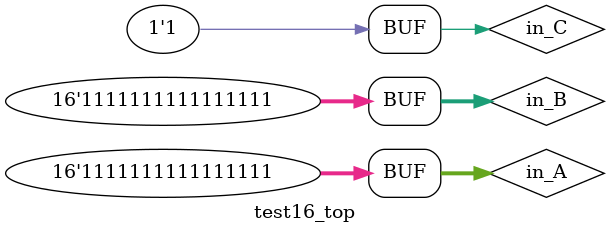
<source format=v>
`timescale 1ns/1ns

module test16_top ()	;
	reg [15:0] in_A, in_B;
	reg in_C;
	
	wire [15:0] w_S;
	wire w_C;
	
	Adder16 U0 ( .in_A(in_A), .in_B(in_B), .in_C(in_C), .out_S(w_S), .out_C(w_C) );
	
	initial begin
		in_A <= 16'b0000000000000000;
		in_B <= 16'b0000000000000000;
		in_C <= 1'b0;		 
		
		#10
		in_A <= 16'b0000000000000000;
		in_B <= 16'b0000000000000000;
		in_C <= 1'b1;
		
		#10
		in_A <= 16'b0000000000000001;
		in_B <= 16'b0000000000000001;
		in_C <= 1'b0	  ;
		
		#10
		in_A <= 16'b1111111111111111;
		in_B <= 16'b0000000000000000;
		in_C <= 1'b1	   ;
		
		#10
		in_A <= 16'b1111111111111111;
		in_B <= 16'b1111111111111111;
		in_C <= 1'b0	 ;
		
		#10
		in_A <= 16'b1111111111111111;
		in_B <= 16'b1111111111111111;
		in_C <= 1'b1   	;
	end
endmodule		
</source>
